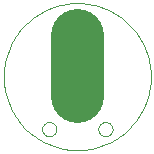
<source format=gbp>
G75*
%MOIN*%
%OFA0B0*%
%FSLAX24Y24*%
%IPPOS*%
%LPD*%
%AMOC8*
5,1,8,0,0,1.08239X$1,22.5*
%
%ADD10C,0.0000*%
%ADD11C,0.0010*%
%ADD12C,0.1750*%
D10*
X001396Y001875D02*
X001398Y001905D01*
X001404Y001935D01*
X001413Y001964D01*
X001426Y001991D01*
X001443Y002016D01*
X001462Y002039D01*
X001485Y002060D01*
X001510Y002077D01*
X001536Y002091D01*
X001565Y002101D01*
X001594Y002108D01*
X001624Y002111D01*
X001655Y002110D01*
X001685Y002105D01*
X001714Y002096D01*
X001741Y002084D01*
X001767Y002069D01*
X001791Y002050D01*
X001812Y002028D01*
X001830Y002004D01*
X001845Y001977D01*
X001856Y001949D01*
X001864Y001920D01*
X001868Y001890D01*
X001868Y001860D01*
X001864Y001830D01*
X001856Y001801D01*
X001845Y001773D01*
X001830Y001746D01*
X001812Y001722D01*
X001791Y001700D01*
X001767Y001681D01*
X001741Y001666D01*
X001714Y001654D01*
X001685Y001645D01*
X001655Y001640D01*
X001624Y001639D01*
X001594Y001642D01*
X001565Y001649D01*
X001536Y001659D01*
X001510Y001673D01*
X001485Y001690D01*
X001462Y001711D01*
X001443Y001734D01*
X001426Y001759D01*
X001413Y001786D01*
X001404Y001815D01*
X001398Y001845D01*
X001396Y001875D01*
X003271Y001875D02*
X003273Y001905D01*
X003279Y001935D01*
X003288Y001964D01*
X003301Y001991D01*
X003318Y002016D01*
X003337Y002039D01*
X003360Y002060D01*
X003385Y002077D01*
X003411Y002091D01*
X003440Y002101D01*
X003469Y002108D01*
X003499Y002111D01*
X003530Y002110D01*
X003560Y002105D01*
X003589Y002096D01*
X003616Y002084D01*
X003642Y002069D01*
X003666Y002050D01*
X003687Y002028D01*
X003705Y002004D01*
X003720Y001977D01*
X003731Y001949D01*
X003739Y001920D01*
X003743Y001890D01*
X003743Y001860D01*
X003739Y001830D01*
X003731Y001801D01*
X003720Y001773D01*
X003705Y001746D01*
X003687Y001722D01*
X003666Y001700D01*
X003642Y001681D01*
X003616Y001666D01*
X003589Y001654D01*
X003560Y001645D01*
X003530Y001640D01*
X003499Y001639D01*
X003469Y001642D01*
X003440Y001649D01*
X003411Y001659D01*
X003385Y001673D01*
X003360Y001690D01*
X003337Y001711D01*
X003318Y001734D01*
X003301Y001759D01*
X003288Y001786D01*
X003279Y001815D01*
X003273Y001845D01*
X003271Y001875D01*
D11*
X000119Y003625D02*
X000121Y003724D01*
X000127Y003822D01*
X000137Y003920D01*
X000151Y004018D01*
X000169Y004115D01*
X000190Y004211D01*
X000216Y004307D01*
X000245Y004401D01*
X000278Y004494D01*
X000315Y004585D01*
X000356Y004675D01*
X000400Y004764D01*
X000447Y004850D01*
X000498Y004934D01*
X000553Y005017D01*
X000610Y005097D01*
X000671Y005174D01*
X000735Y005250D01*
X000802Y005322D01*
X000872Y005392D01*
X000944Y005459D01*
X001020Y005523D01*
X001097Y005584D01*
X001177Y005641D01*
X001260Y005696D01*
X001344Y005747D01*
X001430Y005794D01*
X001519Y005838D01*
X001609Y005879D01*
X001700Y005916D01*
X001793Y005949D01*
X001887Y005978D01*
X001983Y006004D01*
X002079Y006025D01*
X002176Y006043D01*
X002274Y006057D01*
X002372Y006067D01*
X002470Y006073D01*
X002569Y006075D01*
X002668Y006073D01*
X002766Y006067D01*
X002864Y006057D01*
X002962Y006043D01*
X003059Y006025D01*
X003155Y006004D01*
X003251Y005978D01*
X003345Y005949D01*
X003438Y005916D01*
X003529Y005879D01*
X003619Y005838D01*
X003708Y005794D01*
X003794Y005747D01*
X003878Y005696D01*
X003961Y005641D01*
X004041Y005584D01*
X004118Y005523D01*
X004194Y005459D01*
X004266Y005392D01*
X004336Y005322D01*
X004403Y005250D01*
X004467Y005174D01*
X004528Y005097D01*
X004585Y005017D01*
X004640Y004934D01*
X004691Y004850D01*
X004738Y004764D01*
X004782Y004675D01*
X004823Y004585D01*
X004860Y004494D01*
X004893Y004401D01*
X004922Y004307D01*
X004948Y004211D01*
X004969Y004115D01*
X004987Y004018D01*
X005001Y003920D01*
X005011Y003822D01*
X005017Y003724D01*
X005019Y003625D01*
X005017Y003526D01*
X005011Y003428D01*
X005001Y003330D01*
X004987Y003232D01*
X004969Y003135D01*
X004948Y003039D01*
X004922Y002943D01*
X004893Y002849D01*
X004860Y002756D01*
X004823Y002665D01*
X004782Y002575D01*
X004738Y002486D01*
X004691Y002400D01*
X004640Y002316D01*
X004585Y002233D01*
X004528Y002153D01*
X004467Y002076D01*
X004403Y002000D01*
X004336Y001928D01*
X004266Y001858D01*
X004194Y001791D01*
X004118Y001727D01*
X004041Y001666D01*
X003961Y001609D01*
X003878Y001554D01*
X003794Y001503D01*
X003708Y001456D01*
X003619Y001412D01*
X003529Y001371D01*
X003438Y001334D01*
X003345Y001301D01*
X003251Y001272D01*
X003155Y001246D01*
X003059Y001225D01*
X002962Y001207D01*
X002864Y001193D01*
X002766Y001183D01*
X002668Y001177D01*
X002569Y001175D01*
X002470Y001177D01*
X002372Y001183D01*
X002274Y001193D01*
X002176Y001207D01*
X002079Y001225D01*
X001983Y001246D01*
X001887Y001272D01*
X001793Y001301D01*
X001700Y001334D01*
X001609Y001371D01*
X001519Y001412D01*
X001430Y001456D01*
X001344Y001503D01*
X001260Y001554D01*
X001177Y001609D01*
X001097Y001666D01*
X001020Y001727D01*
X000944Y001791D01*
X000872Y001858D01*
X000802Y001928D01*
X000735Y002000D01*
X000671Y002076D01*
X000610Y002153D01*
X000553Y002233D01*
X000498Y002316D01*
X000447Y002400D01*
X000400Y002486D01*
X000356Y002575D01*
X000315Y002665D01*
X000278Y002756D01*
X000245Y002849D01*
X000216Y002943D01*
X000190Y003039D01*
X000169Y003135D01*
X000151Y003232D01*
X000137Y003330D01*
X000127Y003428D01*
X000121Y003526D01*
X000119Y003625D01*
D12*
X002569Y002975D02*
X002569Y005025D01*
M02*

</source>
